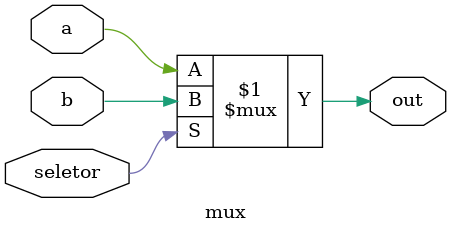
<source format=v>
module mux(
    input wire seletor,
    input wire a,
    input wire b,
    output wire out
);

//Se o seletor for 1, a saída vai ser b, se não, será a
assign out = (seletor) ? b : a;

endmodule
</source>
